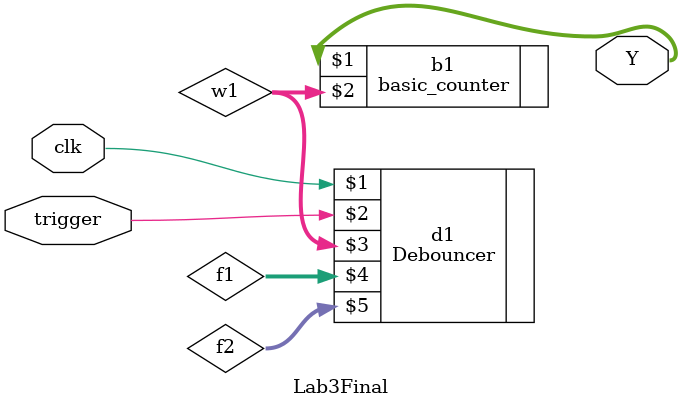
<source format=v>
`timescale 1ns / 1ps
module Lab3Final(Y, trigger, clk);
	input trigger;
	input clk;
	output  [15:0] Y;
	wire [15:0] w1, f1 ,f2;
	

	
	Debouncer d1(clk, trigger, w1, f1, f2);
	basic_counter b1 (Y, w1);
	


endmodule

</source>
